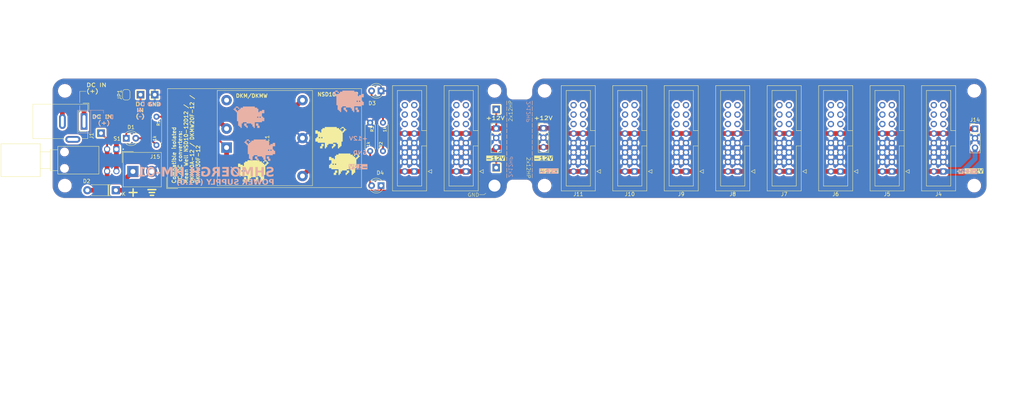
<source format=kicad_pcb>
(kicad_pcb (version 20241229) (generator "pcbnew") (generator_version "9.0")
  (layers (0 "F.Cu" signal) (2 "B.Cu" signal) (13 "F.Paste" user) (15 "B.Paste" user) (5 "F.SilkS" user "F.Silkscreen") (7 "B.SilkS" user "B.Silkscreen") (1 "F.Mask" user) (3 "B.Mask" user) (25 "Edge.Cuts" user))
  (net 0 "")
  (net 1 "DC_IN_-")
  (net 2 "Net-(D1-A)")
  (net 3 "GND")
  (net 4 "+12V")
  (net 5 "DC_IN_+")
  (net 7 "-12V")
  (net 9 "Net-(J1-Pad1)")
  (net 70 "Net-(D2-A)")
  (net 71 "Net-(D3-A)")
  (net 72 "Net-(D4-A)")
  (footprint "Shmoergh_Custom_Footprints:Converter_DCDC_MeanWell_NSD10_DKMW_THT" (layer "F.Cu") (at 73.58 98.5025 90)
    (property "Reference" "IC1" (at 2.1095 10.875 90) (layer "F.SilkS"))
    (property "Value" "ISOLATED_DC-DC_CONV")
    (fp_text user "DKM/DKMW" (at 13.2855 2.366 0) (layer "F.SilkS") (effects (font (thickness 0.2) (bold yes)) (justify left bottom)))
    (fp_text user "NSD10-12D12" (at 13.6665 24.21 0) (layer "F.SilkS") (effects (font (thickness 0.2) (bold yes)) (justify left bottom)))
    (pad "1" thru_hole rect (at 0 0 90) (size 2.8 2.8) (drill 1.3) (layers "*.Cu" "*.Mask") (net 5 "DC_IN_+"))
    (pad "2" thru_hole circle (at 5.08 0 90) (size 2.8 2.8) (drill 1.3) (layers "*.Cu" "*.Mask") (net 1 "DC_IN_-"))
    (pad "3" thru_hole circle (at -7.62 20.32 90) (size 2.8 2.8) (drill 1.3) (layers "*.Cu" "*.Mask") (net 4 "+12V"))
    (pad "4" thru_hole circle (at 2.54 20.32 90) (size 2.8 2.8) (drill 1.3) (layers "*.Cu" "*.Mask") (net 3 "GND"))
    (pad "5" thru_hole circle (at 12.7 20.32 90) (size 2.8 2.8) (drill 1.3) (layers "*.Cu" "*.Mask") (net 7 "-12V"))
    (pad "6" thru_hole circle (at 12.7 0 90) (size 2.8 2.8) (drill 1.3) (layers "*.Cu" "*.Mask"))
  )
  (footprint "MountingHole:MountingHole_3.2mm_M3_DIN965" (layer "F.Cu") (at 273.7 108.7)
    (property "Reference" "H6" (hide yes))
    (property "Value" "MountingHole")
    (pad "" np_thru_hole circle (at 0 0) (size 3.2 3.2) (drill 3.2) (layers "*.Cu" "*.Mask"))
  )
  (footprint "Connector_IDC:IDC-Header_2x08_P2.54mm_Vertical" (layer "F.Cu") (at 210.327143 104.89 180)
    (property "Reference" "J8" (at 1.27 -6.1 0) (layer "F.SilkS"))
    (property "Value" "Conn_02x08_Odd_Even")
    (pad "1" thru_hole roundrect (at 0 0 180) (size 1.7 1.7) (drill 1) (layers "*.Cu" "*.Mask") (roundrect_rratio 0.147059) (net 7 "-12V"))
    (pad "2" thru_hole circle (at 2.54 0 180) (size 1.7 1.7) (drill 1) (layers "*.Cu" "*.Mask") (net 7 "-12V"))
    (pad "3" thru_hole circle (at 0 2.54 180) (size 1.7 1.7) (drill 1) (layers "*.Cu" "*.Mask") (net 3 "GND"))
    (pad "4" thru_hole circle (at 2.54 2.54 180) (size 1.7 1.7) (drill 1) (layers "*.Cu" "*.Mask") (net 3 "GND"))
    (pad "5" thru_hole circle (at 0 5.08 180) (size 1.7 1.7) (drill 1) (layers "*.Cu" "*.Mask") (net 3 "GND"))
    (pad "6" thru_hole circle (at 2.54 5.08 180) (size 1.7 1.7) (drill 1) (layers "*.Cu" "*.Mask") (net 3 "GND"))
    (pad "7" thru_hole circle (at 0 7.62 180) (size 1.7 1.7) (drill 1) (layers "*.Cu" "*.Mask") (net 3 "GND"))
    (pad "8" thru_hole circle (at 2.54 7.62 180) (size 1.7 1.7) (drill 1) (layers "*.Cu" "*.Mask") (net 3 "GND"))
    (pad "9" thru_hole circle (at 0 10.16 180) (size 1.7 1.7) (drill 1) (layers "*.Cu" "*.Mask") (net 4 "+12V"))
    (pad "10" thru_hole circle (at 2.54 10.16 180) (size 1.7 1.7) (drill 1) (layers "*.Cu" "*.Mask") (net 4 "+12V"))
    (pad "11" thru_hole circle (at 0 12.7 180) (size 1.7 1.7) (drill 1) (layers "*.Cu" "*.Mask"))
    (pad "12" thru_hole circle (at 2.54 12.7 180) (size 1.7 1.7) (drill 1) (layers "*.Cu" "*.Mask"))
    (pad "13" thru_hole circle (at 0 15.24 180) (size 1.7 1.7) (drill 1) (layers "*.Cu" "*.Mask"))
    (pad "14" thru_hole circle (at 2.54 15.24 180) (size 1.7 1.7) (drill 1) (layers "*.Cu" "*.Mask"))
    (pad "15" thru_hole circle (at 0 17.78 180) (size 1.7 1.7) (drill 1) (layers "*.Cu" "*.Mask"))
    (pad "16" thru_hole circle (at 2.54 17.78 180) (size 1.7 1.7) (drill 1) (layers "*.Cu" "*.Mask"))
  )
  (footprint "Connector_PinHeader_2.54mm:PinHeader_1x03_P2.54mm_Vertical" (layer "F.Cu") (at 273.9136 93.46)
    (property "Reference" "J14" (at 0 -2.38 0) (layer "F.SilkS"))
    (property "Value" "Conn_01x03")
    (pad "1" thru_hole rect (at 0 0) (size 1.7 1.7) (drill 1) (layers "*.Cu" "*.Mask") (net 4 "+12V"))
    (pad "2" thru_hole circle (at 0 2.54) (size 1.7 1.7) (drill 1) (layers "*.Cu" "*.Mask") (net 3 "GND"))
    (pad "3" thru_hole circle (at 0 5.08) (size 1.7 1.7) (drill 1) (layers "*.Cu" "*.Mask") (net 7 "-12V"))
  )
  (footprint "Shmoergh_Custom_Footprints:R_Axial_DIN0207_L6.3mm_D2.5mm_P7.62mm_Horizontal" (layer "F.Cu") (at 115.443 99.441 90)
    (property "Reference" "R2" (at 0.85 -0.55 90) (layer "F.SilkS") (effects (font (size 0.8 0.8)) (justify left)))
    (property "Value" "1k" (at 6.6 0.5 90) (layer "F.SilkS") (effects (font (size 0.8 0.8)) (justify right)))
    (pad "1" thru_hole circle (at 0 0 90) (size 1.6 1.6) (drill 0.8) (layers "*.Cu" "*.Mask") (net 4 "+12V"))
    (pad "2" thru_hole oval (at 7.62 0 90) (size 1.6 1.6) (drill 0.8) (layers "*.Cu" "*.Mask") (net 71 "Net-(D3-A)"))
  )
  (footprint "Shmoergh_Custom_Footprints:R_Axial_DIN0207_L6.3mm_D2.5mm_P7.62mm_Horizontal" (layer "F.Cu") (at 54.8132 90.2208 -90)
    (property "Reference" "R1" (at 0.85 -0.55 90) (layer "F.SilkS") (effects (font (size 0.8 0.8)) (justify right)))
    (property "Value" "1k" (at 6.6 0.5 90) (layer "F.SilkS") (effects (font (size 0.8 0.8)) (justify left)))
    (pad "1" thru_hole circle (at 0 0 270) (size 1.6 1.6) (drill 0.8) (layers "*.Cu" "*.Mask") (net 5 "DC_IN_+"))
    (pad "2" thru_hole oval (at 7.62 0 270) (size 1.6 1.6) (drill 0.8) (layers "*.Cu" "*.Mask") (net 2 "Net-(D1-A)"))
  )
  (footprint "Shmoergh_Logo:Gyeszno" (layer "F.Cu") (at 80.772 104.775)
    (property "Reference" "G***" (hide yes))
    (property "Value" "LOGO" (hide yes))
  )
  (footprint "MountingHole:MountingHole_3.2mm_M3_DIN965" (layer "F.Cu") (at 273.7 83.3)
    (property "Reference" "H2" (hide yes))
    (property "Value" "MountingHole")
    (pad "" np_thru_hole circle (at 0 0) (size 3.2 3.2) (drill 3.2) (layers "*.Cu" "*.Mask"))
  )
  (footprint "MountingHole:MountingHole_3.2mm_M3_DIN965_Pad" (layer "F.Cu") (at 145.3 108.7)
    (property "Reference" "H9" (hide yes))
    (property "Value" "MountingHole_Pad")
    (pad "1" thru_hole circle (at 0 0) (size 5.6 5.6) (drill 3.2) (layers "*.Cu" "*.Mask") (net 3 "GND"))
  )
  (footprint "Connector_BarrelJack:BarrelJack_Wuerth_6941xx301002" (layer "F.Cu") (at 35.432 91.5 -90)
    (property "Reference" "J1" (at 3.8516 -2.0076 270) (layer "F.SilkS"))
    (property "Value" "Barrel_Jack_Switch")
    (pad "1" thru_hole rect (at 0 0 270) (size 4.4 1.8) (drill oval 3.4 0.8) (layers "*.Cu" "*.Mask") (net 9 "Net-(J1-Pad1)"))
    (pad "2" thru_hole oval (at 0 5.8 270) (size 4 1.8) (drill oval 3 0.8) (layers "*.Cu" "*.Mask") (net 1 "DC_IN_-"))
    (pad "3" thru_hole oval (at 4.8 3) (size 4 1.8) (drill oval 3 0.8) (layers "*.Cu" "*.Mask"))
  )
  (footprint "LED_THT:LED_D3.0mm" (layer "F.Cu") (at 114.935 83.3 180)
    (property "Reference" "D3" (at 2.413 -3.314 0) (layer "F.SilkS"))
    (property "Value" "LED")
    (pad "1" thru_hole rect (at 0 0 180) (size 1.8 1.8) (drill 0.9) (layers "*.Cu" "*.Mask") (net 3 "GND"))
    (pad "2" thru_hole circle (at 2.54 0 180) (size 1.8 1.8) (drill 0.9) (layers "*.Cu" "*.Mask") (net 71 "Net-(D3-A)"))
  )
  (footprint "Connector_IDC:IDC-Header_2x08_P2.54mm_Vertical" (layer "F.Cu") (at 224.102857 104.89 180)
    (property "Reference" "J7" (at 1.27 -6.1 0) (layer "F.SilkS"))
    (property "Value" "Conn_02x08_Odd_Even")
    (pad "1" thru_hole roundrect (at 0 0 180) (size 1.7 1.7) (drill 1) (layers "*.Cu" "*.Mask") (roundrect_rratio 0.147059) (net 7 "-12V"))
    (pad "2" thru_hole circle (at 2.54 0 180) (size 1.7 1.7) (drill 1) (layers "*.Cu" "*.Mask") (net 7 "-12V"))
    (pad "3" thru_hole circle (at 0 2.54 180) (size 1.7 1.7) (drill 1) (layers "*.Cu" "*.Mask") (net 3 "GND"))
    (pad "4" thru_hole circle (at 2.54 2.54 180) (size 1.7 1.7) (drill 1) (layers "*.Cu" "*.Mask") (net 3 "GND"))
    (pad "5" thru_hole circle (at 0 5.08 180) (size 1.7 1.7) (drill 1) (layers "*.Cu" "*.Mask") (net 3 "GND"))
    (pad "6" thru_hole circle (at 2.54 5.08 180) (size 1.7 1.7) (drill 1) (layers "*.Cu" "*.Mask") (net 3 "GND"))
    (pad "7" thru_hole circle (at 0 7.62 180) (size 1.7 1.7) (drill 1) (layers "*.Cu" "*.Mask") (net 3 "GND"))
    (pad "8" thru_hole circle (at 2.54 7.62 180) (size 1.7 1.7) (drill 1) (layers "*.Cu" "*.Mask") (net 3 "GND"))
    (pad "9" thru_hole circle (at 0 10.16 180) (size 1.7 1.7) (drill 1) (layers "*.Cu" "*.Mask") (net 4 "+12V"))
    (pad "10" thru_hole circle (at 2.54 10.16 180) (size 1.7 1.7) (drill 1) (layers "*.Cu" "*.Mask") (net 4 "+12V"))
    (pad "11" thru_hole circle (at 0 12.7 180) (size 1.7 1.7) (drill 1) (layers "*.Cu" "*.Mask"))
    (pad "12" thru_hole circle (at 2.54 12.7 180) (size 1.7 1.7) (drill 1) (layers "*.Cu" "*.Mask"))
    (pad "13" thru_hole circle (at 0 15.24 180) (size 1.7 1.7) (drill 1) (layers "*.Cu" "*.Mask"))
    (pad "14" thru_hole circle (at 2.54 15.24 180) (size 1.7 1.7) (drill 1) (layers "*.Cu" "*.Mask"))
    (pad "15" thru_hole circle (at 0 17.78 180) (size 1.7 1.7) (drill 1) (layers "*.Cu" "*.Mask"))
    (pad "16" thru_hole circle (at 2.54 17.78 180) (size 1.7 1.7) (drill 1) (layers "*.Cu" "*.Mask"))
  )
  (footprint "LED_THT:LED_D3.0mm" (layer "F.Cu") (at 46.73 96)
    (property "Reference" "D1" (at 1.27 -2.96 0) (layer "F.SilkS"))
    (property "Value" "LED")
    (pad "1" thru_hole rect (at 0 0) (size 1.8 1.8) (drill 0.9) (layers "*.Cu" "*.Mask") (net 1 "DC_IN_-"))
    (pad "2" thru_hole circle (at 2.54 0) (size 1.8 1.8) (drill 0.9) (layers "*.Cu" "*.Mask") (net 2 "Net-(D1-A)"))
  )
  (footprint "Diode_THT:D_DO-41_SOD81_P7.62mm_Horizontal" (layer "F.Cu") (at 43.942 109.9312 180)
    (property "Reference" "D2" (at 7.8232 2.4384 0) (layer "F.SilkS"))
    (property "Value" "1N4001")
    (fp_text user "K" (at -2.1336 -1.016 0) (layer "F.SilkS"))
    (pad "1" thru_hole roundrect (at 0 0 180) (size 2.2 2.2) (drill 1.1) (layers "*.Cu" "*.Mask") (roundrect_rratio 0.113636) (net 5 "DC_IN_+"))
    (pad "2" thru_hole circle (at 7.62 0 180) (size 2.2 2.2) (drill 1.1) (layers "*.Cu" "*.Mask") (net 70 "Net-(D2-A)"))
  )
  (footprint "Shmoergh_Logo:Gyeszno" (layer "F.Cu") (at 101.473 95.8596)
    (property "Reference" "G***" (hide yes))
    (property "Value" "LOGO" (hide yes))
  )
  (footprint "Connector_IDC:IDC-Header_2x08_P2.54mm_Vertical" (layer "F.Cu") (at 196.551429 104.89 180)
    (property "Reference" "J9" (at 1.27 -6.1 0) (layer "F.SilkS"))
    (property "Value" "Conn_02x08_Odd_Even")
    (pad "1" thru_hole roundrect (at 0 0 180) (size 1.7 1.7) (drill 1) (layers "*.Cu" "*.Mask") (roundrect_rratio 0.147059) (net 7 "-12V"))
    (pad "2" thru_hole circle (at 2.54 0 180) (size 1.7 1.7) (drill 1) (layers "*.Cu" "*.Mask") (net 7 "-12V"))
    (pad "3" thru_hole circle (at 0 2.54 180) (size 1.7 1.7) (drill 1) (layers "*.Cu" "*.Mask") (net 3 "GND"))
    (pad "4" thru_hole circle (at 2.54 2.54 180) (size 1.7 1.7) (drill 1) (layers "*.Cu" "*.Mask") (net 3 "GND"))
    (pad "5" thru_hole circle (at 0 5.08 180) (size 1.7 1.7) (drill 1) (layers "*.Cu" "*.Mask") (net 3 "GND"))
    (pad "6" thru_hole circle (at 2.54 5.08 180) (size 1.7 1.7) (drill 1) (layers "*.Cu" "*.Mask") (net 3 "GND"))
    (pad "7" thru_hole circle (at 0 7.62 180) (size 1.7 1.7) (drill 1) (layers "*.Cu" "*.Mask") (net 3 "GND"))
    (pad "8" thru_hole circle (at 2.54 7.62 180) (size 1.7 1.7) (drill 1) (layers "*.Cu" "*.Mask") (net 3 "GND"))
    (pad "9" thru_hole circle (at 0 10.16 180) (size 1.7 1.7) (drill 1) (layers "*.Cu" "*.Mask") (net 4 "+12V"))
    (pad "10" thru_hole circle (at 2.54 10.16 180) (size 1.7 1.7) (drill 1) (layers "*.Cu" "*.Mask") (net 4 "+12V"))
    (pad "11" thru_hole circle (at 0 12.7 180) (size 1.7 1.7) (drill 1) (layers "*.Cu" "*.Mask"))
    (pad "12" thru_hole circle (at 2.54 12.7 180) (size 1.7 1.7) (drill 1) (layers "*.Cu" "*.Mask"))
    (pad "13" thru_hole circle (at 0 15.24 180) (size 1.7 1.7) (drill 1) (layers "*.Cu" "*.Mask"))
    (pad "14" thru_hole circle (at 2.54 15.24 180) (size 1.7 1.7) (drill 1) (layers "*.Cu" "*.Mask"))
    (pad "15" thru_hole circle (at 0 17.78 180) (size 1.7 1.7) (drill 1) (layers "*.Cu" "*.Mask"))
    (pad "16" thru_hole circle (at 2.54 17.78 180) (size 1.7 1.7) (drill 1) (layers "*.Cu" "*.Mask"))
  )
  (footprint "Shmoergh_Custom_Footprints:R_Axial_DIN0207_L6.3mm_D2.5mm_P7.62mm_Horizontal" (layer "F.Cu") (at 112.014 91.821 -90)
    (property "Reference" "R3" (at 0.85 -0.55 90) (layer "F.SilkS") (effects (font (size 0.8 0.8)) (justify right)))
    (property "Value" "1k" (at 6.6 0.5 90) (layer "F.SilkS") (effects (font (size 0.8 0.8)) (justify left)))
    (pad "1" thru_hole circle (at 0 0 270) (size 1.6 1.6) (drill 0.8) (layers "*.Cu" "*.Mask") (net 3 "GND"))
    (pad "2" thru_hole oval (at 7.62 0 270) (size 1.6 1.6) (drill 0.8) (layers "*.Cu" "*.Mask") (net 72 "Net-(D4-A)"))
  )
  (footprint "TestPoint:TestPoint_THTPad_2.0x2.0mm_Drill1.0mm" (layer "F.Cu") (at 50.546 84.328)
    (property "Reference" "TP2" (hide yes))
    (property "Value" "TestPoint")
    (pad "1" thru_hole rect (at 0 0) (size 2 2) (drill 1) (layers "*.Cu" "*.Mask") (net 1 "DC_IN_-"))
  )
  (footprint "MountingHole:MountingHole_3.2mm_M3_DIN965" (layer "F.Cu") (at 145.3 83.3)
    (property "Reference" "H5" (hide yes))
    (property "Value" "MountingHole")
    (pad "" np_thru_hole circle (at 0 0) (size 3.2 3.2) (drill 3.2) (layers "*.Cu" "*.Mask"))
  )
  (footprint "TestPoint:TestPoint_THTPad_2.0x2.0mm_Drill1.0mm" (layer "F.Cu") (at 145.7452 88.265)
    (property "Reference" "TP4" (hide yes))
    (property "Value" "TestPoint")
    (pad "1" thru_hole rect (at 0 0) (size 2 2) (drill 1) (layers "*.Cu" "*.Mask") (net 4 "+12V"))
  )
  (footprint "Connector_IDC:IDC-Header_2x08_P2.54mm_Vertical" (layer "F.Cu") (at 237.878571 104.89 180)
    (property "Reference" "J6" (at 1.27 -6.1 0) (layer "F.SilkS"))
    (property "Value" "Conn_02x08_Odd_Even")
    (pad "1" thru_hole roundrect (at 0 0 180) (size 1.7 1.7) (drill 1) (layers "*.Cu" "*.Mask") (roundrect_rratio 0.147059) (net 7 "-12V"))
    (pad "2" thru_hole circle (at 2.54 0 180) (size 1.7 1.7) (drill 1) (layers "*.Cu" "*.Mask") (net 7 "-12V"))
    (pad "3" thru_hole circle (at 0 2.54 180) (size 1.7 1.7) (drill 1) (layers "*.Cu" "*.Mask") (net 3 "GND"))
    (pad "4" thru_hole circle (at 2.54 2.54 180) (size 1.7 1.7) (drill 1) (layers "*.Cu" "*.Mask") (net 3 "GND"))
    (pad "5" thru_hole circle (at 0 5.08 180) (size 1.7 1.7) (drill 1) (layers "*.Cu" "*.Mask") (net 3 "GND"))
    (pad "6" thru_hole circle (at 2.54 5.08 180) (size 1.7 1.7) (drill 1) (layers "*.Cu" "*.Mask") (net 3 "GND"))
    (pad "7" thru_hole circle (at 0 7.62 180) (size 1.7 1.7) (drill 1) (layers "*.Cu" "*.Mask") (net 3 "GND"))
    (pad "8" thru_hole circle (at 2.54 7.62 180) (size 1.7 1.7) (drill 1) (layers "*.Cu" "*.Mask") (net 3 "GND"))
    (pad "9" thru_hole circle (at 0 10.16 180) (size 1.7 1.7) (drill 1) (layers "*.Cu" "*.Mask") (net 4 "+12V"))
    (pad "10" thru_hole circle (at 2.54 10.16 180) (size 1.7 1.7) (drill 1) (layers "*.Cu" "*.Mask") (net 4 "+12V"))
    (pad "11" thru_hole circle (at 0 12.7 180) (size 1.7 1.7) (drill 1) (layers "*.Cu" "*.Mask"))
    (pad "12" thru_hole circle (at 2.54 12.7 180) (size 1.7 1.7) (drill 1) (layers "*.Cu" "*.Mask"))
    (pad "13" thru_hole circle (at 0 15.24 180) (size 1.7 1.7) (drill 1) (layers "*.Cu" "*.Mask"))
    (pad "14" thru_hole circle (at 2.54 15.24 180) (size 1.7 1.7) (drill 1) (layers "*.Cu" "*.Mask"))
    (pad "15" thru_hole circle (at 0 17.78 180) (size 1.7 1.7) (drill 1) (layers "*.Cu" "*.Mask"))
    (pad "16" thru_hole circle (at 2.54 17.78 180) (size 1.7 1.7) (drill 1) (layers "*.Cu" "*.Mask"))
  )
  (footprint "Connector_IDC:IDC-Header_2x08_P2.54mm_Vertical" (layer "F.Cu") (at 169 104.89 180)
    (property "Reference" "J11" (at 1.27 -6.1 0) (layer "F.SilkS"))
    (property "Value" "Conn_02x08_Odd_Even")
    (pad "1" thru_hole roundrect (at 0 0 180) (size 1.7 1.7) (drill 1) (layers "*.Cu" "*.Mask") (roundrect_rratio 0.147059) (net 7 "-12V"))
    (pad "2" thru_hole circle (at 2.54 0 180) (size 1.7 1.7) (drill 1) (layers "*.Cu" "*.Mask") (net 7 "-12V"))
    (pad "3" thru_hole circle (at 0 2.54 180) (size 1.7 1.7) (drill 1) (layers "*.Cu" "*.Mask") (net 3 "GND"))
    (pad "4" thru_hole circle (at 2.54 2.54 180) (size 1.7 1.7) (drill 1) (layers "*.Cu" "*.Mask") (net 3 "GND"))
    (pad "5" thru_hole circle (at 0 5.08 180) (size 1.7 1.7) (drill 1) (layers "*.Cu" "*.Mask") (net 3 "GND"))
    (pad "6" thru_hole circle (at 2.54 5.08 180) (size 1.7 1.7) (drill 1) (layers "*.Cu" "*.Mask") (net 3 "GND"))
    (pad "7" thru_hole circle (at 0 7.62 180) (size 1.7 1.7) (drill 1) (layers "*.Cu" "*.Mask") (net 3 "GND"))
    (pad "8" thru_hole circle (at 2.54 7.62 180) (size 1.7 1.7) (drill 1) (layers "*.Cu" "*.Mask") (net 3 "GND"))
    (pad "9" thru_hole circle (at 0 10.16 180) (size 1.7 1.7) (drill 1) (layers "*.Cu" "*.Mask") (net 4 "+12V"))
    (pad "10" thru_hole circle (at 2.54 10.16 180) (size 1.7 1.7) (drill 1) (layers "*.Cu" "*.Mask") (net 4 "+12V"))
    (pad "11" thru_hole circle (at 0 12.7 180) (size 1.7 1.7) (drill 1) (layers "*.Cu" "*.Mask"))
    (pad "12" thru_hole circle (at 2.54 12.7 180) (size 1.7 1.7) (drill 1) (layers "*.Cu" "*.Mask"))
    (pad "13" thru_hole circle (at 0 15.24 180) (size 1.7 1.7) (drill 1) (layers "*.Cu" "*.Mask"))
    (pad "14" thru_hole circle (at 2.54 15.24 180) (size 1.7 1.7) (drill 1) (layers "*.Cu" "*.Mask"))
    (pad "15" thru_hole circle (at 0 17.78 180) (size 1.7 1.7) (drill 1) (layers "*.Cu" "*.Mask"))
    (pad "16" thru_hole circle (at 2.54 17.78 180) (size 1.7 1.7) (drill 1) (layers "*.Cu" "*.Mask"))
  )
  (footprint "Connector_IDC:IDC-Header_2x08_P2.54mm_Vertical" (layer "F.Cu") (at 182.775714 104.89 180)
    (property "Reference" "J10" (at 1.27 -6.1 0) (layer "F.SilkS"))
    (property "Value" "Conn_02x08_Odd_Even")
    (pad "1" thru_hole roundrect (at 0 0 180) (size 1.7 1.7) (drill 1) (layers "*.Cu" "*.Mask") (roundrect_rratio 0.147059) (net 7 "-12V"))
    (pad "2" thru_hole circle (at 2.54 0 180) (size 1.7 1.7) (drill 1) (layers "*.Cu" "*.Mask") (net 7 "-12V"))
    (pad "3" thru_hole circle (at 0 2.54 180) (size 1.7 1.7) (drill 1) (layers "*.Cu" "*.Mask") (net 3 "GND"))
    (pad "4" thru_hole circle (at 2.54 2.54 180) (size 1.7 1.7) (drill 1) (layers "*.Cu" "*.Mask") (net 3 "GND"))
    (pad "5" thru_hole circle (at 0 5.08 180) (size 1.7 1.7) (drill 1) (layers "*.Cu" "*.Mask") (net 3 "GND"))
    (pad "6" thru_hole circle (at 2.54 5.08 180) (size 1.7 1.7) (drill 1) (layers "*.Cu" "*.Mask") (net 3 "GND"))
    (pad "7" thru_hole circle (at 0 7.62 180) (size 1.7 1.7) (drill 1) (layers "*.Cu" "*.Mask") (net 3 "GND"))
    (pad "8" thru_hole circle (at 2.54 7.62 180) (size 1.7 1.7) (drill 1) (layers "*.Cu" "*.Mask") (net 3 "GND"))
    (pad "9" thru_hole circle (at 0 10.16 180) (size 1.7 1.7) (drill 1) (layers "*.Cu" "*.Mask") (net 4 "+12V"))
    (pad "10" thru_hole circle (at 2.54 10.16 180) (size 1.7 1.7) (drill 1) (layers "*.Cu" "*.Mask") (net 4 "+12V"))
    (pad "11" thru_hole circle (at 0 12.7 180) (size 1.7 1.7) (drill 1) (layers "*.Cu" "*.Mask"))
    (pad "12" thru_hole circle (at 2.54 12.7 180) (size 1.7 1.7) (drill 1) (layers "*.Cu" "*.Mask"))
    (pad "13" thru_hole circle (at 0 15.24 180) (size 1.7 1.7) (drill 1) (layers "*.Cu" "*.Mask"))
    (pad "14" thru_hole circle (at 2.54 15.24 180) (size 1.7 1.7) (drill 1) (layers "*.Cu" "*.Mask"))
    (pad "15" thru_hole circle (at 0 17.78 180) (size 1.7 1.7) (drill 1) (layers "*.Cu" "*.Mask"))
    (pad "16" thru_hole circle (at 2.54 17.78 180) (size 1.7 1.7) (drill 1) (layers "*.Cu" "*.Mask"))
  )
  (footprint "Connector_PinHeader_2.54mm:PinHeader_1x03_P2.54mm_Vertical" (layer "F.Cu") (at 145.7452 93.3704)
    (property "Reference" "J12" (hide yes))
    (property "Value" "Conn_01x03")
    (pad "1" thru_hole rect (at 0 0) (size 1.7 1.7) (drill 1) (layers "*.Cu" "*.Mask") (net 4 "+12V"))
    (pad "2" thru_hole circle (at 0 2.54) (size 1.7 1.7) (drill 1) (layers "*.Cu" "*.Mask") (net 3 "GND"))
    (pad "3" thru_hole circle (at 0 5.08) (size 1.7 1.7) (drill 1) (layers "*.Cu" "*.Mask") (net 7 "-12V"))
  )
  (footprint "MountingHole:MountingHole_3.2mm_M3_DIN965" (layer "F.Cu") (at 30.3 108.7)
    (property "Reference" "H4" (hide yes))
    (property "Value" "MountingHole")
    (pad "" np_thru_hole circle (at 0 0) (size 3.2 3.2) (drill 3.2) (layers "*.Cu" "*.Mask"))
  )
  (footprint "TerminalBlock_Altech:Altech_AK100_1x02_P5.00mm" (layer "F.Cu") (at 48.5149 104.9057)
    (property "Reference" "J15" (at 5.9427 -3.9661 0) (layer "F.SilkS"))
    (property "Value" "Screw_Terminal_01x02")
    (pad "1" thru_hole rect (at 0 0) (size 3 3) (drill 1.3) (layers "*.Cu" "*.Mask") (net 70 "Net-(D2-A)"))
    (pad "2" thru_hole circle (at 5 0) (size 3 3) (drill 1.3) (layers "*.Cu" "*.Mask") (net 3 "GND"))
  )
  (footprint "Connector_IDC:IDC-Header_2x08_P2.54mm_Vertical" (layer "F.Cu") (at 265.43 104.89 180)
    (property "Reference" "J4" (at 1.27 -6.1 0) (layer "F.SilkS"))
    (property "Value" "Conn_02x08_Odd_Even")
    (pad "1" thru_hole roundrect (at 0 0 180) (size 1.7 1.7) (drill 1) (layers "*.Cu" "*.Mask") (roundrect_rratio 0.147059) (net 7 "-12V"))
    (pad "2" thru_hole circle (at 2.54 0 180) (size 1.7 1.7) (drill 1) (layers "*.Cu" "*.Mask") (net 7 "-12V"))
    (pad "3" thru_hole circle (at 0 2.54 180) (size 1.7 1.7) (drill 1) (layers "*.Cu" "*.Mask") (net 3 "GND"))
    (pad "4" thru_hole circle (at 2.54 2.54 180) (size 1.7 1.7) (drill 1) (layers "*.Cu" "*.Mask") (net 3 "GND"))
    (pad "5" thru_hole circle (at 0 5.08 180) (size 1.7 1.7) (drill 1) (layers "*.Cu" "*.Mask") (net 3 "GND"))
    (pad "6" thru_hole circle (at 2.54 5.08 180) (size 1.7 1.7) (drill 1) (layers "*.Cu" "*.Mask") (net 3 "GND"))
    (pad "7" thru_hole circle (at 0 7.62 180) (size 1.7 1.7) (drill 1) (layers "*.Cu" "*.Mask") (net 3 "GND"))
    (pad "8" thru_hole circle (at 2.54 7.62 180) (size 1.7 1.7) (drill 1) (layers "*.Cu" "*.Mask") (net 3 "GND"))
    (pad "9" thru_hole circle (at 0 10.16 180) (size 1.7 1.7) (drill 1) (layers "*.Cu" "*.Mask") (net 4 "+12V"))
    (pad "10" thru_hole circle (at 2.54 10.16 180) (size 1.7 1.7) (drill 1) (layers "*.Cu" "*.Mask") (net 4 "+12V"))
    (pad "11" thru_hole circle (at 0 12.7 180) (size 1.7 1.7) (drill 1) (layers "*.Cu" "*.Mask"))
    (pad "12" thru_hole circle (at 2.54 12.7 180) (size 1.7 1.7) (drill 1) (layers "*.Cu" "*.Mask"))
    (pad "13" thru_hole circle (at 0 15.24 180) (size 1.7 1.7) (drill 1) (layers "*.Cu" "*.Mask"))
    (pad "14" thru_hole circle (at 2.54 15.24 180) (size 1.7 1.7) (drill 1) (layers "*.Cu" "*.Mask"))
    (pad "15" thru_hole circle (at 0 17.78 180) (size 1.7 1.7) (drill 1) (layers "*.Cu" "*.Mask"))
    (pad "16" thru_hole circle (at 2.54 17.78 180) (size 1.7 1.7) (drill 1) (layers "*.Cu" "*.Mask"))
  )
  (footprint "LED_THT:LED_D3.0mm" (layer "F.Cu") (at 114.935 108.7 180)
    (property "Reference" "D4" (at 0.229039 3.417 0) (layer "F.SilkS"))
    (property "Value" "LED")
    (pad "1" thru_hole rect (at 0 0 180) (size 1.8 1.8) (drill 0.9) (layers "*.Cu" "*.Mask") (net 7 "-12V"))
    (pad "2" thru_hole circle (at 2.54 0 180) (size 1.8 1.8) (drill 0.9) (layers "*.Cu" "*.Mask") (net 72 "Net-(D4-A)"))
  )
  (footprint "Connector_IDC:IDC-Header_2x08_P2.54mm_Vertical" (layer "F.Cu") (at 137.641 104.89 180)
    (property "Reference" "J2" (hide yes))
    (property "Value" "Conn_02x08_Odd_Even")
    (pad "1" thru_hole roundrect (at 0 0 180) (size 1.7 1.7) (drill 1) (layers "*.Cu" "*.Mask") (roundrect_rratio 0.147059) (net 7 "-12V"))
    (pad "2" thru_hole circle (at 2.54 0 180) (size 1.7 1.7) (drill 1) (layers "*.Cu" "*.Mask") (net 7 "-12V"))
    (pad "3" thru_hole circle (at 0 2.54 180) (size 1.7 1.7) (drill 1) (layers "*.Cu" "*.Mask") (net 3 "GND"))
    (pad "4" thru_hole circle (at 2.54 2.54 180) (size 1.7 1.7) (drill 1) (layers "*.Cu" "*.Mask") (net 3 "GND"))
    (pad "5" thru_hole circle (at 0 5.08 180) (size 1.7 1.7) (drill 1) (layers "*.Cu" "*.Mask") (net 3 "GND"))
    (pad "6" thru_hole circle (at 2.54 5.08 180) (size 1.7 1.7) (drill 1) (layers "*.Cu" "*.Mask") (net 3 "GND"))
    (pad "7" thru_hole circle (at 0 7.62 180) (size 1.7 1.7) (drill 1) (layers "*.Cu" "*.Mask") (net 3 "GND"))
    (pad "8" thru_hole circle (at 2.54 7.62 180) (size 1.7 1.7) (drill 1) (layers "*.Cu" "*.Mask") (net 3 "GND"))
    (pad "9" thru_hole circle (at 0 10.16 180) (size 1.7 1.7) (drill 1) (layers "*.Cu" "*.Mask") (net 4 "+12V"))
    (pad "10" thru_hole circle (at 2.54 10.16 180) (size 1.7 1.7) (drill 1) (layers "*.Cu" "*.Mask") (net 4 "+12V"))
    (pad "11" thru_hole circle (at 0 12.7 180) (size 1.7 1.7) (drill 1) (layers "*.Cu" "*.Mask"))
    (pad "12" thru_hole circle (at 2.54 12.7 180) (size 1.7 1.7) (drill 1) (layers "*.Cu" "*.Mask"))
    (pad "13" thru_hole circle (at 0 15.24 180) (size 1.7 1.7) (drill 1) (layers "*.Cu" "*.Mask"))
    (pad "14" thru_hole circle (at 2.54 15.24 180) (size 1.7 1.7) (drill 1) (layers "*.Cu" "*.Mask"))
    (pad "15" thru_hole circle (at 0 17.78 180) (size 1.7 1.7) (drill 1) (layers "*.Cu" "*.Mask"))
    (pad "16" thru_hole circle (at 2.54 17.78 180) (size 1.7 1.7) (drill 1) (layers "*.Cu" "*.Mask"))
  )
  (footprint "TestPoint:TestPoint_THTPad_2.0x2.0mm_Drill1.0mm" (layer "F.Cu") (at 145.7452 103.886)
    (property "Reference" "TP5" (hide yes))
    (property "Value" "TestPoint")
    (pad "1" thru_hole rect (at 0 0) (size 2 2) (drill 1) (layers "*.Cu" "*.Mask") (net 7 "-12V"))
  )
  (footprint "Shmoergh_Custom_Footprints:SW_PB400EEQR1BLK" (layer "F.Cu") (at 42.85 101.883 180)
    (property "Reference" "S1" (at -1.3968 5.7694 180) (layer "F.SilkS"))
    (property "Value" "PB400EEQR1BLK")
    (pad "" np_thru_hole circle (at 12.65 -2.2 180) (size 1.9 1.9) (drill 1.9) (layers "*.Cu" "*.Mask"))
    (pad "" np_thru_hole circle (at 12.65 2.2 180) (size 1.9 1.9) (drill 1.9) (layers "*.Cu" "*.Mask"))
    (pad "1" thru_hole rect (at -1.25 2.95 180) (size 1.65 1.65) (drill 1.1) (layers "*.Cu" "*.Mask") (net 9 "Net-(J1-Pad1)"))
    (pad "2" thru_hole circle (at 1.25 2.95 180) (size 1.65 1.65) (drill 1.1) (layers "*.Cu" "*.Mask") (net 70 "Net-(D2-A)"))
    (pad "3" thru_hole circle (at -1.25 -2.95 180) (size 1.65 1.65) (drill 1.1) (layers "*.Cu" "*.Mask") (net 9 "Net-(J1-Pad1)"))
    (pad "4" thru_hole circle (at 1.25 -2.95 180) (size 1.65 1.65) (drill 1.1) (layers "*.Cu" "*.Mask") (net 70 "Net-(D2-A)"))
  )
  (footprint "MountingHole:MountingHole_3.2mm_M3_DIN965" (layer "F.Cu") (at 158.7 108.7)
    (property "Reference" "H3" (hide yes))
    (property "Value" "MountingHole")
    (pad "" np_thru_hole circle (at 0 0) (size 3.2 3.2) (drill 3.2) (layers "*.Cu" "*.Mask"))
  )
  (footprint "Connector_IDC:IDC-Header_2x08_P2.54mm_Vertical" (layer "F.Cu") (at 251.654286 104.89 180)
    (property "Reference" "J5" (at 1.27 -6.1 0) (layer "F.SilkS"))
    (property "Value" "Conn_02x08_Odd_Even")
    (pad "1" thru_hole roundrect (at 0 0 180) (size 1.7 1.7) (drill 1) (layers "*.Cu" "*.Mask") (roundrect_rratio 0.147059) (net 7 "-12V"))
    (pad "2" thru_hole circle (at 2.54 0 180) (size 1.7 1.7) (drill 1) (layers "*.Cu" "*.Mask") (net 7 "-12V"))
    (pad "3" thru_hole circle (at 0 2.54 180) (size 1.7 1.7) (drill 1) (layers "*.Cu" "*.Mask") (net 3 "GND"))
    (pad "4" thru_hole circle (at 2.54 2.54 180) (size 1.7 1.7) (drill 1) (layers "*.Cu" "*.Mask") (net 3 "GND"))
    (pad "5" thru_hole circle (at 0 5.08 180) (size 1.7 1.7) (drill 1) (layers "*.Cu" "*.Mask") (net 3 "GND"))
    (pad "6" thru_hole circle (at 2.54 5.08 180) (size 1.7 1.7) (drill 1) (layers "*.Cu" "*.Mask") (net 3 "GND"))
    (pad "7" thru_hole circle (at 0 7.62 180) (size 1.7 1.7) (drill 1) (layers "*.Cu" "*.Mask") (net 3 "GND"))
    (pad "8" thru_hole circle (at 2.54 7.62 180) (size 1.7 1.7) (drill 1) (layers "*.Cu" "*.Mask") (net 3 "GND"))
    (pad "9" thru_hole circle (at 0 10.16 180) (size 1.7 1.7) (drill 1) (layers "*.Cu" "*.Mask") (net 4 "+12V"))
    (pad "10" thru_hole circle (at 2.54 10.16 180) (size 1.7 1.7) (drill 1) (layers "*.Cu" "*.Mask") (net 4 "+12V"))
    (pad "11" thru_hole circle (at 0 12.7 180) (size 1.7 1.7) (drill 1) (layers "*.Cu" "*.Mask"))
    (pad "12" thru_hole circle (at 2.54 12.7 180) (size 1.7 1.7) (drill 1) (layers "*.Cu" "*.Mask"))
    (pad "13" thru_hole circle (at 0 15.24 180) (size 1.7 1.7) (drill 1) (layers "*.Cu" "*.Mask"))
    (pad "14" thru_hole circle (at 2.54 15.24 180) (size 1.7 1.7) (drill 1) (layers "*.Cu" "*.Mask"))
    (pad "15" thru_hole circle (at 0 17.78 180) (size 1.7 1.7) (drill 1) (layers "*.Cu" "*.Mask"))
    (pad "16" thru_hole circle (at 2.54 17.78 180) (size 1.7 1.7) (drill 1) (layers "*.Cu" "*.Mask"))
  )
  (footprint "Connector_PinHeader_2.54mm:PinHeader_1x03_P2.54mm_Vertical" (layer "F.Cu") (at 158.3944 93.3196)
    (property "Reference" "J13" (hide yes))
    (property "Value" "Conn_01x03")
    (pad "1" thru_hole rect (at 0 0) (size 1.7 1.7) (drill 1) (layers "*.Cu" "*.Mask") (net 4 "+12V"))
    (pad "2" thru_hole circle (at 0 2.54) (size 1.7 1.7) (drill 1) (layers "*.Cu" "*.Mask") (net 3 "GND"))
    (pad "3" thru_hole circle (at 0 5.08) (size 1.7 1.7) (drill 1) (layers "*.Cu" "*.Mask") (net 7 "-12V"))
  )
  (footprint "Connector_IDC:IDC-Header_2x08_P2.54mm_Vertical" (layer "F.Cu") (at 123.825 104.89 180)
    (property "Reference" "J3" (hide yes))
    (property "Value" "Conn_02x08_Odd_Even")
    (pad "1" thru_hole roundrect (at 0 0 180) (size 1.7 1.7) (drill 1) (layers "*.Cu" "*.Mask") (roundrect_rratio 0.147059) (net 7 "-12V"))
    (pad "2" thru_hole circle (at 2.54 0 180) (size 1.7 1.7) (drill 1) (layers "*.Cu" "*.Mask") (net 7 "-12V"))
    (pad "3" thru_hole circle (at 0 2.54 180) (size 1.7 1.7) (drill 1) (layers "*.Cu" "*.Mask") (net 3 "GND"))
    (pad "4" thru_hole circle (at 2.54 2.54 180) (size 1.7 1.7) (drill 1) (layers "*.Cu" "*.Mask") (net 3 "GND"))
    (pad "5" thru_hole circle (at 0 5.08 180) (size 1.7 1.7) (drill 1) (layers "*.Cu" "*.Mask") (net 3 "GND"))
    (pad "6" thru_hole circle (at 2.54 5.08 180) (size 1.7 1.7) (drill 1) (layers "*.Cu" "*.Mask") (net 3 "GND"))
    (pad "7" thru_hole circle (at 0 7.62 180) (size 1.7 1.7) (drill 1) (layers "*.Cu" "*.Mask") (net 3 "GND"))
    (pad "8" thru_hole circle (at 2.54 7.62 180) (size 1.7 1.7) (drill 1) (layers "*.Cu" "*.Mask") (net 3 "GND"))
    (pad "9" thru_hole circle (at 0 10.16 180) (size 1.7 1.7) (drill 1) (layers "*.Cu" "*.Mask") (net 4 "+12V"))
    (pad "10" thru_hole circle (at 2.54 10.16 180) (size 1.7 1.7) (drill 1) (layers "*.Cu" "*.Mask") (net 4 "+12V"))
    (pad "11" thru_hole circle (at 0 12.7 180) (size 1.7 1.7) (drill 1) (layers "*.Cu" "*.Mask"))
    (pad "12" thru_hole circle (at 2.54 12.7 180) (size 1.7 1.7) (drill 1) (layers "*.Cu" "*.Mask"))
    (pad "13" thru_hole circle (at 0 15.24 180) (size 1.7 1.7) (drill 1) (layers "*.Cu" "*.Mask"))
    (pad "14" thru_hole circle (at 2.54 15.24 180) (size 1.7 1.7) (drill 1) (layers "*.Cu" "*.Mask"))
    (pad "15" thru_hole circle (at 0 17.78 180) (size 1.7 1.7) (drill 1) (layers "*.Cu" "*.Mask"))
    (pad "16" thru_hole circle (at 2.54 17.78 180) (size 1.7 1.7) (drill 1) (layers "*.Cu" "*.Mask"))
  )
  (footprint "Shmoergh_Logo:Gyeszno" (layer "F.Cu") (at 105.1306 102.9716)
    (property "Reference" "G***" (hide yes))
    (property "Value" "LOGO" (hide yes))
  )
  (footprint "Jumper:SolderJumper-2_P1.3mm_Bridged2Bar_RoundedPad1.0x1.5mm" (layer "F.Cu") (at 46.736 84.343 90)
    (property "Reference" "JP1" (at 0 -1.8 90) (layer "F.SilkS"))
    (property "Value" "Jumper_2_Open")
    (fp_poly (pts (xy -0.25 -0.6) (xy 0.25 -0.6) (xy 0.25 -0.2) (xy -0.25 -0.2)) (fill yes) (layer "F.Cu"))
    (fp_poly (pts (xy -0.25 0.2) (xy 0.25 0.2) (xy 0.25 0.6) (xy -0.25 0.6)) (fill yes) (layer "F.Cu"))
    (pad "1" smd custom (at -0.65 0 90) (size 1 0.5) (layers "F.Cu" "F.Mask") (net 1 "DC_IN_-") (options (clearance outline) (anchor rect)) (primitives (gr_circle (center 0 0.25) (end 0.5 0.25) (width 0) (fill yes)) (gr_circle (center 0 -0.25) (end 0.5 -0.25) (width 0) (fill yes)) (gr_poly (pts (xy 0.5 0.75) (xy 0 0.75) (xy 0 -0.75) (xy 0.5 -0.75)) (width 0) (fill yes))))
    (pad "2" smd custom (at 0.65 0 90) (size 1 0.5) (layers "F.Cu" "F.Mask") (net 3 "GND") (options (clearance outline) (anchor rect)) (primitives (gr_circle (center 0 0.25) (end 0.5 0.25) (width 0) (fill yes)) (gr_circle (center 0 -0.25) (end 0.5 -0.25) (width 0) (fill yes)) (gr_poly (pts (xy 0 0.75) (xy -0.5 0.75) (xy -0.5 -0.75) (xy 0 -0.75)) (width 0) (fill yes))))
  )
  (footprint "MountingHole:MountingHole_3.2mm_M3_DIN965" (layer "F.Cu") (at 30.3 83.3)
    (property "Reference" "H1" (hide yes))
    (property "Value" "MountingHole")
    (pad "" np_thru_hole circle (at 0 0) (size 3.2 3.2) (drill 3.2) (layers "*.Cu" "*.Mask"))
  )
  (footprint "TestPoint:TestPoint_THTPad_2.0x2.0mm_Drill1.0mm" (layer "F.Cu") (at 39.9796 94.6404)
    (property "Reference" "TP1" (hide yes))
    (property "Value" "TestPoint")
    (pad "1" thru_hole rect (at 0 0) (size 2 2) (drill 1) (layers "*.Cu" "*.Mask") (net 70 "Net-(D2-A)"))
  )
  (footprint "TestPoint:TestPoint_THTPad_2.0x2.0mm_Drill1.0mm" (layer "F.Cu") (at 54.356 84.328)
    (property "Reference" "TP3" (hide yes))
    (property "Value" "TestPoint")
    (pad "1" thru_hole rect (at 0 0) (size 2 2) (drill 1) (layers "*.Cu" "*.Mask") (net 3 "GND"))
  )
  (footprint "MountingHole:MountingHole_3.2mm_M3_DIN965" (layer "F.Cu") (at 158.7 83.3)
    (property "Reference" "H7" (hide yes))
    (property "Value" "MountingHole")
    (pad "" np_thru_hole circle (at 0 0) (size 3.2 3.2) (drill 3.2) (layers "*.Cu" "*.Mask"))
  )
  (footprint "Shmoergh_Logo:Gyeszno" (layer "B.Cu") (at 82.4484 99.2124 180)
    (property "Reference" "G***" (hide yes))
    (property "Value" "LOGO" (hide yes))
  )
  (footprint "Shmoergh_Logo:Gyeszno" (layer "B.Cu") (at 106.172 86.106 180)
    (property "Reference" "G***" (hide yes))
    (property "Value" "LOGO" (hide yes))
  )
  (footprint "Shmoergh_Logo:Gyeszno" (layer "B.Cu") (at 79.5528 90.3732 180)
    (property "Reference" "G***" (hide yes))
    (property "Value" "LOGO" (hide yes))
  )
  (gr_line (start 33.909 94.234) (end 36.068 94.234) (stroke (width 0.1)) (layer "F.SilkS"))
  (gr_line (start 155.4 86) (end 155.4 106.8) (stroke (width 0.1) (type dash)) (layer "F.SilkS"))
  (gr_line (start 52.8828 110.5408) (end 54.3052 110.5408) (stroke (width 0.4)) (layer "F.SilkS"))
  (gr_line (start 47.5234 110.5408) (end 49.6062 110.5408) (stroke (width 0.4)) (layer "F.SilkS"))
  (gr_line (start 33.909 88.773) (end 33.909 94.234) (stroke (width 0.1)) (layer "F.SilkS"))
  (gr_line (start 142.494 111.125) (end 141.224 111.125) (stroke (width 0.1)) (layer "F.SilkS"))
  (gr_line (start 142.494 111.125) (end 143.002 110.744) (stroke (width 0.1)) (layer "F.SilkS"))
  (gr_line (start 34.29 83.439) (end 35.941 83.439) (stroke (width 0.1)) (layer "F.SilkS"))
  (gr_line (start 52.5526 109.7788) (end 54.6354 109.7788) (stroke (width 0.4)) (layer "F.SilkS"))
  (gr_line (start 53.1876 111.3028) (end 54.0512 111.3028) (stroke (width 0.4)) (layer "F.SilkS"))
  (gr_line (start 36.068 88.773) (end 33.909 88.773) (stroke (width 0.1)) (layer "F.SilkS"))
  (gr_line (start 34.29 86.487) (end 34.29 83.439) (stroke (width 0.1)) (layer "F.SilkS"))
  (gr_line (start 48.5648 109.56925) (end 48.5648 111.51235) (stroke (width 0.4)) (layer "F.SilkS"))
  (gr_line (start 148.6 86) (end 148.6 106.8) (stroke (width 0.1) (type dash)) (layer "F.SilkS"))
  (gr_line (start 34.29 88.773) (end 34.29 87.249) (stroke (width 0.1)) (layer "F.SilkS"))
  (gr_line (start 37.211 88.519) (end 40.64 88.519) (stroke (width 0.1)) (layer "B.SilkS"))
  (gr_line (start 155.4 86) (end 155.4 106.8) (stroke (width 0.1) (type dash)) (layer "B.SilkS"))
  (gr_line (start 148.6 86) (end 148.6 106.8) (stroke (width 0.1) (type dash)) (layer "B.SilkS"))
  (gr_line (start 40.64 88.519) (end 40.64 89.281) (stroke (width 0.1)) (layer "B.SilkS"))
  (gr_rect (start 33.655 88.519) (end 37.211 94.615) (stroke (width 0.1)) (fill no) (layer "B.SilkS"))
  (gr_arc (start 27 83.3) (mid 27.966548 80.966548) (end 30.3 80) (stroke (width 0.05)) (layer "Edge.Cuts"))
  (gr_arc (start 148.6 108.7) (mid 147.633452 111.033452) (end 145.3 112) (stroke (width 0.05)) (layer "Edge.Cuts"))
  (gr_line (start 145.3 112) (end 30.3 112) (stroke (width 0.05)) (layer "Edge.Cuts"))
  (gr_line (start 158.7 80) (end 273.7 80) (stroke (width 0.05)) (layer "Edge.Cuts"))
  (gr_arc (start 148.6 108.7) (mid 149.068629 107.568629) (end 150.2 107.1) (stroke (width 0.05)) (layer "Edge.Cuts"))
  (gr_arc (start 273.7 80) (mid 276.033452 80.966548) (end 277 83.3) (stroke (width 0.05)) (layer "Edge.Cuts"))
  (gr_arc (start 153.8 107.1) (mid 154.931371 107.568629) (end 155.4 108.7) (stroke (width 0.05)) (layer "Edge.Cuts"))
  (gr_line (start 277 83.3) (end 277 108.7) (stroke (width 0.05)) (layer "Edge.Cuts"))
  (gr_arc (start 145.3 80) (mid 147.633452 80.966548) (end 148.6 83.3) (stroke (width 0.05)) (layer "Edge.Cuts"))
  (gr_line (start 155.4 84) (end 155.4 83.3) (stroke (width 0.05)) (layer "Edge.Cuts"))
  (gr_line (start 145.3 80) (end 30.3 80) (stroke (width 0.05)) (layer "Edge.Cuts"))
  (gr_line (start 150.2 85.6) (end 153.8 85.6) (stroke (width 0.05)) (layer "Edge.Cuts"))
  (gr_arc (start 158.7 112) (mid 156.366548 111.033452) (end 155.4 108.7) (stroke (width 0.05)) (layer "Edge.Cuts"))
  (gr_line (start 150.2 107.1) (end 153.8 107.1) (stroke (width 0.05)) (layer "Edge.Cuts"))
  (gr_arc (start 150.2 85.6) (mid 149.068629 85.131371) (end 148.6 84) (stroke (width 0.05)) (layer "Edge.Cuts"))
  (gr_arc (start 155.4 84) (mid 154.931371 85.131371) (end 153.8 85.6) (stroke (width 0.05)) (layer "Edge.Cuts"))
  (gr_arc (start 30.3 112) (mid 27.966548 111.033452) (end 27 108.7) (stroke (width 0.05)) (layer "Edge.Cuts"))
  (gr_arc (start 155.4 83.3) (mid 156.366548 80.966548) (end 158.7 80) (stroke (width 0.05)) (layer "Edge.Cuts"))
  (gr_arc (start 277 108.7) (mid 276.033452 111.033452) (end 273.7 112) (stroke (width 0.05)) (layer "Edge.Cuts"))
  (gr_line (start 27 108.7) (end 27 83.3) (stroke (width 0.05)) (layer "Edge.Cuts"))
  (gr_line (start 158.7 112) (end 273.7 112) (stroke (width 0.05)) (layer "Edge.Cuts"))
  (gr_line (start 148.6 84) (end 148.6 83.3) (stroke (width 0.05)) (layer "Edge.Cuts"))
  (gr_text "DC IN \n(+)" (at 40.7416 92.456 0) (layer "F.SilkS") (effects (font (size 1 1.25) (thickness 0.2) (bold yes)) (justify bottom)))
  (gr_text "GND" (at 138.049 111.76 0) (layer "F.SilkS") (effects (font (size 1 1) (thickness 0.1)) (justify left bottom)))
  (gr_text "DC IN \n(+)" (at 35.941 83.947 0) (layer "F.SilkS") (effects (font (size 1 1.25) (thickness 0.2) (bold yes)) (justify left bottom)))
  (gr_text "2x12HP" (at 150.2 91.6 90) (layer "F.SilkS") (effects (font (size 1 1) (thickness 0.1)) (justify left bottom)))
  (gr_text "DC\nIN\n(–)" (at 50.419 90.678 0) (layer "F.SilkS") (effects (font (size 1 1.25) (thickness 0.2) (bold yes)) (justify bottom)))
  (gr_text "2x12HP" (at 153.8 101 270) (layer "F.SilkS") (effects (font (size 1 1) (thickness 0.1)) (justify left bottom)))
  (gr_text "-12V" (at 270.9 105.39 0) (layer "F.SilkS" knockout) (effects (font (size 1 1.25) (thickness 0.2) (bold yes)) (justify left bottom)))
  (gr_text "+12V" (at 155.702 91.186 0) (layer "F.SilkS") (effects (font (size 1 1.25) (thickness 0.2) (bold yes)) (justify left bottom)))
  (gr_text "-12V" (at 142.875 101.981 0) (layer "F.SilkS" knockout) (effects (font (size 1 1.25) (thickness 0.2) (bold yes)) (justify left bottom)))
  (gr_text "-12V" (at 157.2 105.4 0) (layer "F.SilkS" knockout) (effects (font (size 1 1.25) (thickness 0.2) (bold yes)) (justify left bottom)))
  (gr_text "GND" (at 52.578 87.503 0) (layer "F.SilkS") (effects (font (size 1 1) (thickness 0.2) (bold yes)) (justify left bottom)))
  (gr_text "+12V" (at 142.875 91.186 0) (layer "F.SilkS") (effects (font (size 1 1.25) (thickness 0.2) (bold yes)) (justify left bottom)))
  (gr_text "Compatible isolated\nDC/DC converters:\nMean Well NSD10-12D12 / \nDKM10A-12 / DKMW20F-12 / \nDKMW30F-12\n" (at 66.548 108.204 90) (layer "F.SilkS") (effects (font (size 1 1) (thickness 0.2) (bold yes)) (justify left bottom)))
  (gr_text "-12V" (at 155.702 101.981 0) (layer "F.SilkS" knockout) (effects (font (size 1 1.25) (thickness 0.2) (bold yes)) (justify left bottom)))
  (gr_text "2x12HP" (at 155 86 90) (layer "B.SilkS") (effects (font (size 1 1) (thickness 0.1)) (justify left bottom mirror)))
  (gr_text "GND" (at 54.229 87.503 0) (layer "B.SilkS") (effects (font (size 1 1.25) (thickness 0.2) (bold yes)) (justify bottom mirror)))
  (gr_text "DC\nIN\n(–)" (at 50.546 90.678 0) (layer "B.SilkS") (effects (font (size 1 1.25) (thickness 0.2) (bold yes)) (justify bottom mirror)))
  (gr_text "-12V" (at 274.701 105.537 0) (layer "B.SilkS" knockout) (effects (font (size 1 1.25) (thickness 0.2) (bold yes)) (justify left bottom mirror)))
  (gr_text "2x12HP" (at 149 106.6 270) (layer "B.SilkS") (effects (font (size 1 1) (thickness 0.1)) (justify left bottom mirror)))
  (gr_text "POWER SUPPLY (V1.0)" (at 86.36 108.712 0) (layer "B.SilkS") (effects (font (size 1.5 1.5) (thickness 0.2) (bold yes)) (justify left bottom mirror)))
  (gr_text "SHMØERGH HM-01" (at 86.4108 106.68 0) (layer "B.SilkS") (effects (font (size 2.5 2.5) (thickness 0.2) (bold yes)) (justify left bottom mirror)))
  (gr_text "GND" (at 111.379 100.457 0) (layer "B.SilkS") (effects (font (size 1 1.25) (thickness 0.2) (bold yes)) (justify left bottom mirror)))
  (gr_text "+12V" (at 111.506 96.647 0) (layer "B.SilkS") (effects (font (size 1 1.25) (thickness 0.2) (bold yes)) (justify left bottom mirror)))
  (gr_text "-12V" (at 111.506 104.267 0) (layer "B.SilkS" knockout) (effects (font (size 1 1.25) (thickness 0.2) (bold yes)) (justify left bottom mirror)))
  (gr_text "-12V" (at 162.433 105.41 0) (layer "B.SilkS" knockout) (effects (font (size 1 1.25) (thickness 0.2) (bold yes)) (justify left bottom mirror)))
  (gr_text "DC IN\n(+)" (at 40.7416 92.5068 0) (layer "B.SilkS") (effects (font (size 1 1.25) (thickness 0.2) (bold yes)) (justify bottom mirror)))
  (segment (start 29.632 88.478) (end 32.8168 85.2932) (width 1.27) (layer "F.Cu") (net 1))
  (segment (start 43.5356 85.2932) (end 45.7454 87.503) (width 1.27) (layer "F.Cu") (net 1))
  (segment (start 32.8168 85.2932) (end 43.5356 85.2932) (width 1.27) (layer "F.Cu") (net 1))
  (segment (start 67.6605 87.503) (end 73.58 93.4225) (width 1.27) (layer "F.Cu") (net 1))
  (segment (start 50.546 87.503) (end 67.6605 87.503) (width 1.27) (layer "F.Cu") (net 1))
  (segment (start 29.632 91.5) (end 29.632 88.478) (width 1.27) (layer "F.Cu") (net 1))
  (segment (start 46.73 87.509) (end 46.736 87.503) (width 0.508) (layer "F.Cu") (net 1))
  (segment (start 46.73 96) (end 46.73 87.509) (width 0.508) (layer "F.Cu") (net 1))
  (segment (start 50.546 84.328) (end 50.546 87.503) (width 0.508) (layer "F.Cu") (net 1))
  (segment (start 45.7454 87.503) (end 46.736 87.503) (width 1.27) (layer "F.Cu") (net 1))
  (segment (start 46.736 87.503) (end 46.736 85.034) (width 1.27) (layer "F.Cu") (net 1))
  (segment (start 46.736 87.503) (end 50.546 87.503) (width 1.27) (layer "F.Cu") (net 1))
  (segment (start 49.27 96) (end 52.9724 96) (width 0.508) (layer "F.Cu") (net 2))
  (segment (start 49.276 96.006) (end 49.27 96) (width 0.508) (layer "F.Cu") (net 2))
  (segment (start 52.9724 96) (end 54.8132 97.8408) (width 0.508) (layer "F.Cu") (net 2))
  (segment (start 145.7452 93.3704) (end 158.3436 93.3704) (width 1.27) (layer "F.Cu") (net 4))
  (segment (start 117.983 95.758) (end 119.011 94.73) (width 1.27) (layer "F.Cu") (net 4))
  (segment (start 123.825 94.73) (end 135.101 94.73) (width 1.27) (layer "F.Cu") (net 4))
  (segment (start 121.285 94.73) (end 123.825 94.73) (width 1.27) (layer "F.Cu") (net 4))
  (segment (start 163.183 94.73) (end 166.46 94.73) (width 1.27) (layer "F.Cu") (net 4))
  (segment (start 135.101 94.73) (end 137.641 94.73) (width 1.27) (layer "F.Cu") (net 4))
  (segment (start 145.7198 93.345) (end 145.7452 93.3704) (width 1.27) (layer "F.Cu") (net 4))
  (segment (start 269.9512 93.472) (end 273.9016 93.472) (width 1.27) (layer "F.Cu") (net 4))
  (segment (start 273.9016 93.472) (end 273.9136 93.46) (width 1.27) (layer "F.Cu") (net 4))
  (segment (start 104.2645 95.758) (end 115.443 95.758) (width 1.27) (layer "F.Cu") (net 4))
  (segment (start 161.7726 93.3196) (end 163.183 94.73) (width 1.27) (layer "F.Cu") (net 4))
  (segment (start 115.443 95.758) (end 117.983 95.758) (width 1.27) (layer "F.Cu") (net 4))
  (segment (start 265.43 94.73) (end 268.6932 94.73) (width 1.27) (layer "F.Cu") (net 4))
  (segment (start 268.6932 94.73) (end 269.9512 93.472) (width 1.27) (layer "F.Cu") (net 4))
  (segment (start 265.43 94.73) (end 262.89 94.73) (width 1.27) (layer "F.Cu") (net 4))
  (segment (start 119.011 94.73) (end 121.285 94.73) (width 1.27) (layer "F.Cu") (net 4))
  (segment (start 158.3436 93.3704) (end 158.3944 93.3196) (width 1.27) (layer "F.Cu") (net 4))
  (segment (start 140.601 94.73) (end 141.986 93.345) (width 1.27) (layer "F.Cu") (net 4))
  (segment (start 262.89 94.73) (end 166.46 94.73) (width 1.27) (layer "F.Cu") (net 4))
  (segment (start 137.641 94.73) (end 140.601 94.73) (width 1.27) (layer "F.Cu") (net 4))
  (segment (start 93.9 106.1225) (end 104.2645 95.758) (width 1.27) (layer "F.Cu") (net 4))
  (segment (start 158.3944 93.3196) (end 161.7726 93.3196) (width 1.27) (layer "F.Cu") (net 4))
  (segment (start 115.443 99.441) (end 115.443 95.758) (width 0.508) (layer "F.Cu") (net 4))
  (segment (start 145.7452 88.265) (end 145.7452 93.3704) (width 0.508) (layer "F.Cu") (net 4))
  (segment (start 141.986 93.345) (end 145.7198 93.345) (width 1.27) (layer "F.Cu") (net 4))
  (segment (start 65.2983 90.2208) (end 73.58 98.5025) (width 0.508) (layer "F.Cu") (net 5))
  (segment (start 73.58 106.6584) (end 73.58 98.5025) (width 1.27) (layer "F.Cu") (net 5))
  (segment (start 43.942 109.9312) (end 70.3072 109.9312) (width 1.27) (layer "F.Cu") (net 5))
  (segment (start 70.3072 109.9312) (end 73.58 106.6584) (width 1.27) (layer "F.Cu") (net 5))
  (segment (start 54.8132 90.2208) (end 65.2983 90.2208) (width 0.508) (layer "F.Cu") (net 5))
  (segment (start 139.3056 104.89) (end 145.7452 98.4504) (width 1.27) (layer "F.Cu") (net 7))
  (segment (start 163.691 104.89) (end 166.46 104.89) (width 1.27) (layer "F.Cu") (net 7))
  (segment (start 89.154 90.424) (end 93.7755 85.8025) (width 1.27) (layer "F.Cu") (net 7))
  (segment (start 210.327143 104.89) (end 221.562857 104.89) (width 1.27) (layer "F.Cu") (net 7))
  (segment (start 92.275 110.436) (end 89.154 107.315) (width 1.27) (layer "F.Cu") (net 7))
  (segment (start 117.275 110.436) (end 114.935 110.436) (width 1.27) (layer "F.Cu") (net 7))
  (segment (start 249.114286 104.89) (end 251.654286 104.89) (width 1.27) (layer "F.Cu") (net 7))
  (segment (start 162.814 104.013) (end 163.691 104.89) (width 1.27) (layer "F.Cu") (net 7))
  (segment (start 262.89 104.89) (end 265.43 104.89) (width 1.27) (layer "F.Cu") (net 7))
  (segment (start 180.235714 104.89) (end 182.775714 104.89) (width 1.27) (layer "F.Cu") (net 7))
  (segment (start 135.101 104.89) (end 137.641 104.89) (width 1.27) (layer "F.Cu") (net 7))
  (segment (start 237.878571 104.89) (end 249.114286 104.89) (width 1.27) (layer "F.Cu") (net 7))
  (segment (start 118.745 108.966) (end 117.275 110.436) (width 1.27) (layer "F.Cu") (net 7))
  (segment (start 123.825 104.89) (end 135.101 104.89) (width 1.27) (layer "F.Cu") (net 7))
  (segment (start 169 104.89) (end 180.235714 104.89) (width 1.27) (layer "F.Cu") (net 7))
  (segment (start 114.935 108.7) (end 114.935 110.436) (width 0.508) (layer "F.Cu") (net 7))
  (segment (start 89.154 107.315) (end 89.154 90.424) (width 1.27) (layer "F.Cu") (net 7))
  (segment (start 235.338571 104.89) (end 237.878571 104.89) (width 1.27) (layer "F.Cu") (net 7))
  (segment (start 196.551429 104.89) (end 207.787143 104.89) (width 1.27) (layer "F.Cu") (net 7))
  (segment (start 145.7452 103.886) (end 145.7452 98.4504) (width 0.508) (layer "F.Cu") (net 7))
  (segment (start 121.285 104.89) (end 119.773 104.89) (width 1.27) (layer "F.Cu") (net 7))
  (segment (start 207.787143 104.89) (end 210.327143 104.89) (width 1.27) (layer "F.Cu") (net 7))
  (segment (start 158.3436 98.4504) (end 158.3944 98.3996) (width 1.27) (layer "F.Cu") (net 7))
  (segment (start 251.654286 104.89) (end 262.89 104.89) (width 1.27) (layer "F.Cu") (net 7))
  (segment (start 145.7452 98.4504) (end 158.3436 98.4504) (width 1.27) (layer "F.Cu") (net 7))
  (segment (start 121.285 104.89) (end 123.825 104.89) (width 1.27) (layer "F.Cu") (net 7))
  (segment (start 158.3944 98.3996) (end 161.2646 98.3996) (width 1.27) (layer "F.Cu") (net 7))
  (segment (start 137.641 104.89) (end 139.3056 104.89) (width 1.27) (layer "F.Cu") (net 7))
  (segment (start 93.7755 85.8025) (end 93.9 85.8025) (width 1.27) (layer "F.Cu") (net 7))
  (segment (start 166.46 104.89) (end 169 104.89) (width 1.27) (layer "F.Cu") (net 7))
  (segment (start 182.775714 104.89) (end 194.011429 104.89) (width 1.27) (layer "F.Cu") (net 7))
  (segment (start 114.935 110.436) (end 92.275 110.436) (width 1.27) (layer "F.Cu") (net 7))
  (segment (start 221.562857 104.89) (end 224.102857 104.89) (width 1.27) (layer "F.Cu") (net 7))
  (segment (start 194.011429 104.89) (end 196.551429 104.89) (width 1.27) (layer "F.Cu") (net 7))
  (segment (start 118.745 105.918) (end 118.745 108.966) (width 1.27) (layer "F.Cu") (net 7))
  (segment (start 224.102857 104.89) (end 235.338571 104.89) (width 1.27) (layer "F.Cu") (net 7))
  (segment (start 162.814 99.949) (end 162.814 104.013) (width 1.27) (layer "F.Cu") (net 7))
  (segment (start 119.773 104.89) (end 118.745 105.918) (width 1.27) (layer "F.Cu") (net 7))
  (segment (start 161.2646 98.3996) (end 162.814 99.949) (width 1.27) (layer "F.Cu") (net 7))
  (segment (start 265.43 104.89) (end 270.5728 104.89) (width 1.27) (layer "B.Cu") (net 7))
  (segment (start 270.5728 104.89) (end 273.9136 101.5492) (width 1.27) (layer "B.Cu") (net 7))
  (segment (start 273.9136 101.5492) (end 273.9136 98.54) (width 1.27) (layer "B.Cu") (net 7))
  (segment (start 44.1 98.933) (end 44.1 89.2104) (width 1.27) (layer "F.Cu") (net 9))
  (segment (start 44.1 98.933) (end 44.1 104.833) (width 1.27) (layer "F.Cu") (net 9))
  (segment (start 35.432 88.4184) (end 35.432 91.5) (width 1.27) (layer "F.Cu") (net 9))
  (segment (start 36.322 87.5284) (end 35.432 88.4184) (width 1.27) (layer "F.Cu") (net 9))
  (segment (start 44.1 89.2104) (end 42.418 87.5284) (width 1.27) (layer "F.Cu") (net 9))
  (segment (start 42.418 87.5284) (end 36.322 87.5284) (width 1.27) (layer "F.Cu") (net 9))
  (segment (start 41.6052 98.9278) (end 41.6 98.933) (width 0.508) (layer "F.Cu") (net 70))
  (segment (start 41.6 107.752) (end 41.6 104.833) (width 1.27) (layer "F.Cu") (net 70))
  (segment (start 39.9796 94.6404) (end 41.6052 96.266) (width 0.508) (layer "F.Cu") (net 70))
  (segment (start 45.6686 107.752) (end 41.6 107.752) (width 1.27) (layer "F.Cu") (net 70))
  (segment (start 41.6052 96.266) (end 41.6052 98.9278) (width 0.508) (layer "F.Cu") (net 70))
  (segment (start 36.322 109.9312) (end 39.4208 109.9312) (width 1.27) (layer "F.Cu") (net 70))
  (segment (start 39.4208 109.9312) (end 41.6 107.752) (width 1.27) (layer "F.Cu") (net 70))
  (segment (start 48.5149 104.9057) (end 45.6686 107.752) (width 1.27) (layer "F.Cu") (net 70))
  (segment (start 41.6 98.933) (end 41.6 104.833) (width 1.27) (layer "F.Cu") (net 70))
  (segment (start 115.443 89.281) (end 112.395 86.233) (width 0.508) (layer "F.Cu") (net 71))
  (segment (start 115.443 91.821) (end 115.443 89.281) (width 0.508) (layer "F.Cu") (net 71))
  (segment (start 112.395 86.233) (end 112.395 83.3) (width 0.508) (layer "F.Cu") (net 71))
  (segment (start 112.395 108.7) (end 112.014 108.319) (width 0.508) (layer "F.Cu") (net 72))
  (segment (start 112.014 108.319) (end 112.014 99.441) (width 0.508) (layer "F.Cu") (net 72))
  (zone (net 3) (net_name "GND") (layer "F.Cu") (connect_pads (clearance 0.5)) (min_thickness 0.25) (fill yes (thermal_gap 0.5) (thermal_bridge_width 0.5))
    (polygon (pts (xy 27 80) (xy 277 80) (xy 277 112) (xy 27 112)))
  )
  (zone (net 3) (net_name "GND") (layer "B.Cu") (priority 1) (connect_pads (clearance 0.5)) (min_thickness 0.25) (fill yes (thermal_gap 0.5) (thermal_bridge_width 0.5))
    (polygon (pts (xy 27 80) (xy 277 80) (xy 277 112) (xy 27 112)))
  )
)
</source>
